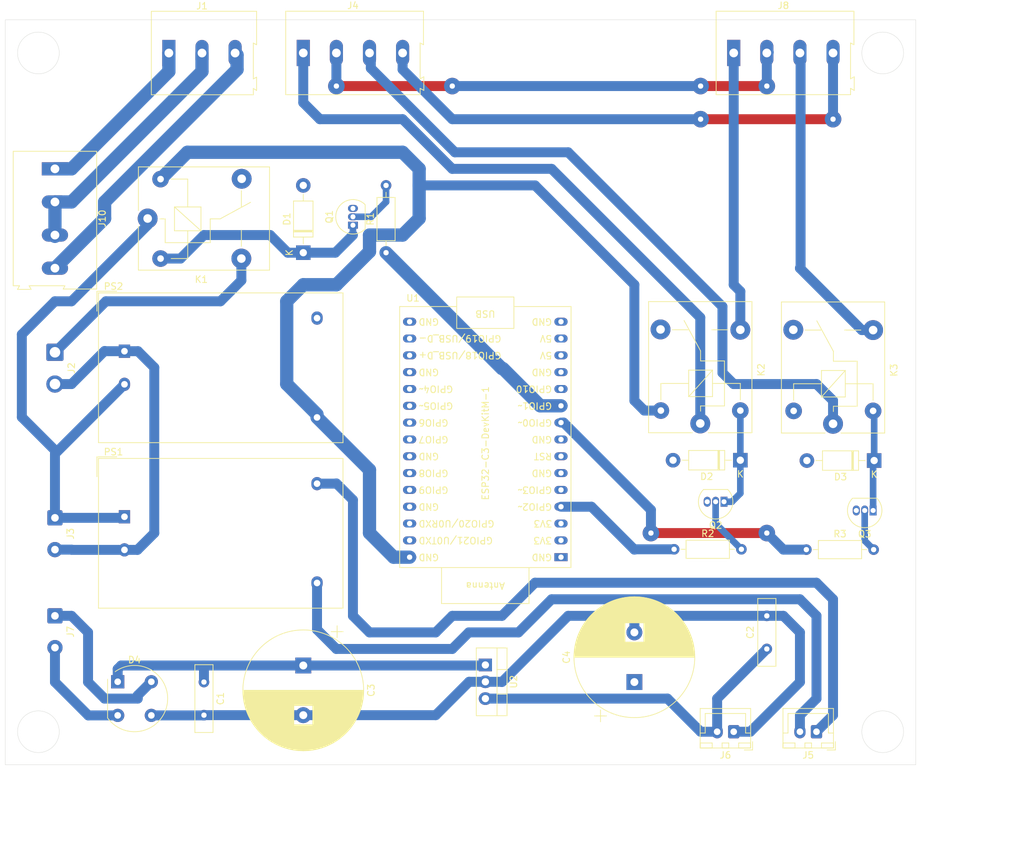
<source format=kicad_pcb>
(kicad_pcb (version 20241229) (generator "pcbnew") (generator_version "9.0")
  (layers (0 "F.Cu" signal) (2 "B.Cu" signal) (13 "F.Paste" user) (15 "B.Paste" user) (5 "F.SilkS" user "F.Silkscreen") (7 "B.SilkS" user "B.Silkscreen") (1 "F.Mask" user) (3 "B.Mask" user) (25 "Edge.Cuts" user))
  (net 0 "")
  (net 1 "Net-(J1-Pin_1)")
  (net 2 "GND")
  (net 3 "Net-(D1-K)")
  (net 4 "Net-(D2-K)")
  (net 5 "+5V")
  (net 6 "Traf in")
  (net 8 "220V AC N")
  (net 9 "Net-(D4--)")
  (net 13 "3V3")
  (net 24 "Net-(D4-+)")
  (net 26 "Net-(D3-K)")
  (net 27 "220V AC R")
  (net 28 "Net-(J7-Pin_2)")
  (net 30 "Net-(J7-Pin_1)")
  (net 31 "Net-(Q1-B)")
  (net 32 "Net-(Q2-B)")
  (net 33 "Net-(Q3-B)")
  (net 34 "REL1")
  (net 35 "REL2")
  (net 36 "REL3")
  (net 37 "Net-(J5-Pin_2)")
  (net 38 "Net-(J5-Pin_1)")
  (net 39 "IN LSP+")
  (net 40 "IN RSP+")
  (net 41 "OUT LSP+")
  (net 42 "OUT RSP+")
  (net 43 "Net-(J6-Pin_2)")
  (net 44 "5V")
  (net 45 "Net-(J1-Pin_3)")
  (net 46 "Net-(J1-Pin_2)")
  (net 47 "Net-(J4-Pin_4)")
  (net 48 "Net-(J4-Pin_2)")
  (footprint "Connector_Wire:SolderWire-0.5sqmm_1x02_P4.8mm_D0.9mm_OD2.3mm" (layer "F.Cu") (at 22.5 112.7 -90)
    (property "Reference" "J3" (at 2.4 -2.35 90) (layer "F.SilkS"))
    (property "Value" "Input 230V AC")
    (pad "1" thru_hole roundrect (at 0 0 270) (size 2.3 2.3) (drill 1.15) (layers "*.Cu" "*.Mask") (roundrect_rratio 0.108696) (net 27 "220V AC R"))
    (pad "2" thru_hole circle (at 4.8 0 270) (size 2.3 2.3) (drill 1.15) (layers "*.Cu" "*.Mask") (net 8 "220V AC N"))
  )
  (footprint "Connector_JST:JST_XH_B2B-XH-A_1x02_P2.50mm_Vertical" (layer "F.Cu") (at 137.5 145 180)
    (property "Reference" "J5" (at 1.25 -3.55 0) (layer "F.SilkS"))
    (property "Value" "5V DC")
    (pad "1" thru_hole roundrect (at 0 0 180) (size 1.7 2) (drill 1) (layers "*.Cu" "*.Mask") (roundrect_rratio 0.147059) (net 38 "Net-(J5-Pin_1)"))
    (pad "2" thru_hole oval (at 2.5 0 180) (size 1.7 2) (drill 1) (layers "*.Cu" "*.Mask") (net 37 "Net-(J5-Pin_2)"))
  )
  (footprint "Connector_Wire:SolderWire-0.75sqmm_1x02_P4.8mm_D1.25mm_OD2.3mm" (layer "F.Cu") (at 22.5 87.7 -90)
    (property "Reference" "J2" (at 2.4 -2.5 90) (layer "F.SilkS"))
    (property "Value" "Traf Primary")
    (pad "1" thru_hole roundrect (at 0 0 270) (size 2.6 2.6) (drill 1.6) (layers "*.Cu" "*.Mask") (roundrect_rratio 0.096154) (net 6 "Traf in"))
    (pad "2" thru_hole circle (at 4.8 0 270) (size 2.6 2.6) (drill 1.6) (layers "*.Cu" "*.Mask") (net 8 "220V AC N"))
  )
  (footprint "Capacitor_THT:C_Disc_D10.0mm_W2.5mm_P5.00mm" (layer "F.Cu") (at 45 137.5 -90)
    (property "Reference" "C1" (at 2.5 -2.5 90) (layer "F.SilkS"))
    (property "Value" "100nF")
    (pad "1" thru_hole circle (at 0 0 270) (size 1.6 1.6) (drill 0.8) (layers "*.Cu" "*.Mask") (net 24 "Net-(D4-+)"))
    (pad "2" thru_hole circle (at 5 0 270) (size 1.6 1.6) (drill 0.8) (layers "*.Cu" "*.Mask") (net 9 "Net-(D4--)"))
  )
  (footprint "Diode_THT:D_DO-41_SOD81_P10.16mm_Horizontal" (layer "F.Cu") (at 60 72.66 90)
    (property "Reference" "D1" (at 5.08 -2.47 90) (layer "F.SilkS"))
    (property "Value" "1N4001")
    (fp_text user "K" (at 0 -2.1 90) (layer "F.SilkS"))
    (pad "1" thru_hole rect (at 0 0 90) (size 2.2 2.2) (drill 1.1) (layers "*.Cu" "*.Mask") (net 3 "Net-(D1-K)"))
    (pad "2" thru_hole oval (at 10.16 0 90) (size 2.2 2.2) (drill 1.1) (layers "*.Cu" "*.Mask") (net 2 "GND"))
  )
  (footprint "Package_TO_SOT_THT:TO-92_Inline" (layer "F.Cu") (at 67.5 68.51 90)
    (property "Reference" "Q1" (at 1.27 -3.56 90) (layer "F.SilkS"))
    (property "Value" "BC337")
    (pad "1" thru_hole rect (at 0 0 90) (size 1.05 1.5) (drill 0.75) (layers "*.Cu" "*.Mask") (net 3 "Net-(D1-K)"))
    (pad "2" thru_hole oval (at 1.27 0 90) (size 1.05 1.5) (drill 0.75) (layers "*.Cu" "*.Mask") (net 31 "Net-(Q1-B)"))
    (pad "3" thru_hole oval (at 2.54 0 90) (size 1.05 1.5) (drill 0.75) (layers "*.Cu" "*.Mask") (net 2 "GND"))
  )
  (footprint "Resistor_THT:R_Axial_DIN0207_L6.3mm_D2.5mm_P10.16mm_Horizontal" (layer "F.Cu") (at 72.5 72.66 90)
    (property "Reference" "R1" (at 5.08 -2.37 90) (layer "F.SilkS"))
    (property "Value" "10k")
    (pad "1" thru_hole circle (at 0 0 90) (size 1.6 1.6) (drill 0.8) (layers "*.Cu" "*.Mask") (net 34 "REL1"))
    (pad "2" thru_hole oval (at 10.16 0 90) (size 1.6 1.6) (drill 0.8) (layers "*.Cu" "*.Mask") (net 31 "Net-(Q1-B)"))
  )
  (footprint "TerminalBlock:TerminalBlock_Altech_AK300-4_P5.00mm" (layer "F.Cu") (at 60 42.5)
    (property "Reference" "J4" (at 7.5 -7.15 0) (layer "F.SilkS"))
    (property "Value" "Power Ampl output")
    (pad "1" thru_hole rect (at 0 0) (size 1.98 3.96) (drill 1.32) (layers "*.Cu" "*.Mask") (net 39 "IN LSP+"))
    (pad "2" thru_hole oval (at 5 0) (size 1.98 3.96) (drill 1.32) (layers "*.Cu" "*.Mask") (net 48 "Net-(J4-Pin_2)"))
    (pad "3" thru_hole oval (at 10 0) (size 1.98 3.96) (drill 1.32) (layers "*.Cu" "*.Mask") (net 40 "IN RSP+"))
    (pad "4" thru_hole oval (at 15 0) (size 1.98 3.96) (drill 1.32) (layers "*.Cu" "*.Mask") (net 47 "Net-(J4-Pin_4)"))
  )
  (footprint "Converter_ACDC:Converter_ACDC_Hi-Link_HLK-PMxx" (layer "F.Cu") (at 32.9975 112.5375)
    (property "Reference" "PS1" (at -1.66 -9.79 0) (layer "F.SilkS"))
    (property "Value" "HLK-PM01")
    (pad "1" thru_hole rect (at 0 0) (size 1.7 2) (drill 1) (layers "*.Cu" "*.Mask") (net 27 "220V AC R"))
    (pad "2" thru_hole oval (at 0 5) (size 1.7 2) (drill 1) (layers "*.Cu" "*.Mask") (net 8 "220V AC N"))
    (pad "3" thru_hole oval (at 29.08 -5) (size 1.7 2) (drill 1) (layers "*.Cu" "*.Mask") (net 38 "Net-(J5-Pin_1)"))
    (pad "4" thru_hole oval (at 29.08 10) (size 1.7 2) (drill 1) (layers "*.Cu" "*.Mask") (net 37 "Net-(J5-Pin_2)"))
  )
  (footprint "TerminalBlock:TerminalBlock_Altech_AK300-4_P5.00mm" (layer "F.Cu") (at 22.5 60 -90)
    (property "Reference" "J10" (at 7.5 -7.15 90) (layer "F.SilkS"))
    (property "Value" "Trafo")
    (pad "1" thru_hole rect (at 0 0 270) (size 1.98 3.96) (drill 1.32) (layers "*.Cu" "*.Mask") (net 1 "Net-(J1-Pin_1)"))
    (pad "2" thru_hole oval (at 5 0 270) (size 1.98 3.96) (drill 1.32) (layers "*.Cu" "*.Mask") (net 46 "Net-(J1-Pin_2)"))
    (pad "3" thru_hole oval (at 10 0 270) (size 1.98 3.96) (drill 1.32) (layers "*.Cu" "*.Mask") (net 46 "Net-(J1-Pin_2)"))
    (pad "4" thru_hole oval (at 15 0 270) (size 1.98 3.96) (drill 1.32) (layers "*.Cu" "*.Mask") (net 45 "Net-(J1-Pin_3)"))
  )
  (footprint "TerminalBlock:TerminalBlock_Altech_AK300-3_P5.00mm" (layer "F.Cu") (at 39.705 42.51)
    (property "Reference" "J1" (at 5 -7.1 0) (layer "F.SilkS"))
    (property "Value" "Power Ampli Power")
    (pad "1" thru_hole rect (at 0 0) (size 1.98 3.96) (drill 1.32) (layers "*.Cu" "*.Mask") (net 1 "Net-(J1-Pin_1)"))
    (pad "2" thru_hole oval (at 5 0) (size 1.98 3.96) (drill 1.32) (layers "*.Cu" "*.Mask") (net 46 "Net-(J1-Pin_2)"))
    (pad "3" thru_hole oval (at 10 0) (size 1.98 3.96) (drill 1.32) (layers "*.Cu" "*.Mask") (net 45 "Net-(J1-Pin_3)"))
  )
  (footprint "Converter_ACDC:Converter_ACDC_Hi-Link_HLK-PMxx" (layer "F.Cu") (at 32.9975 87.5375)
    (property "Reference" "PS2" (at -1.66 -9.79 0) (layer "F.SilkS"))
    (property "Value" "HLK-PM01")
    (pad "1" thru_hole rect (at 0 0) (size 1.7 2) (drill 1) (layers "*.Cu" "*.Mask") (net 8 "220V AC N"))
    (pad "2" thru_hole oval (at 0 5) (size 1.7 2) (drill 1) (layers "*.Cu" "*.Mask") (net 27 "220V AC R"))
    (pad "3" thru_hole oval (at 29.08 -5) (size 1.7 2) (drill 1) (layers "*.Cu" "*.Mask") (net 2 "GND"))
    (pad "4" thru_hole oval (at 29.08 10) (size 1.7 2) (drill 1) (layers "*.Cu" "*.Mask") (net 5 "+5V"))
  )
  (footprint "Diode_THT:D_DO-41_SOD81_P10.16mm_Horizontal" (layer "F.Cu") (at 126 104 180)
    (property "Reference" "D2" (at 5.08 -2.47 0) (layer "F.SilkS"))
    (property "Value" "1N4001")
    (fp_text user "K" (at 0 -2.1 0) (layer "F.SilkS"))
    (pad "1" thru_hole rect (at 0 0 180) (size 2.2 2.2) (drill 1.1) (layers "*.Cu" "*.Mask") (net 4 "Net-(D2-K)"))
    (pad "2" thru_hole oval (at 10.16 0 180) (size 2.2 2.2) (drill 1.1) (layers "*.Cu" "*.Mask") (net 2 "GND"))
  )
  (footprint "TerminalBlock:TerminalBlock_Altech_AK300-4_P5.00mm" (layer "F.Cu") (at 125 42.5)
    (property "Reference" "J8" (at 7.5 -7.15 0) (layer "F.SilkS"))
    (property "Value" "Speakers")
    (pad "1" thru_hole rect (at 0 0) (size 1.98 3.96) (drill 1.32) (layers "*.Cu" "*.Mask") (net 41 "OUT LSP+"))
    (pad "2" thru_hole oval (at 5 0) (size 1.98 3.96) (drill 1.32) (layers "*.Cu" "*.Mask") (net 48 "Net-(J4-Pin_2)"))
    (pad "3" thru_hole oval (at 10 0) (size 1.98 3.96) (drill 1.32) (layers "*.Cu" "*.Mask") (net 42 "OUT RSP+"))
    (pad "4" thru_hole oval (at 15 0) (size 1.98 3.96) (drill 1.32) (layers "*.Cu" "*.Mask") (net 47 "Net-(J4-Pin_4)"))
  )
  (footprint "Capacitor_THT:CP_Radial_D18.0mm_P7.50mm" (layer "F.Cu") (at 60 135 -90)
    (property "Reference" "C3" (at 3.75 -10.25 90) (layer "F.SilkS"))
    (property "Value" "2200uF")
    (pad "1" thru_hole rect (at 0 0 270) (size 2.4 2.4) (drill 1.2) (layers "*.Cu" "*.Mask") (net 24 "Net-(D4-+)"))
    (pad "2" thru_hole circle (at 7.5 0 270) (size 2.4 2.4) (drill 1.2) (layers "*.Cu" "*.Mask") (net 9 "Net-(D4--)"))
  )
  (footprint "Package_TO_SOT_THT:TO-92_Inline" (layer "F.Cu") (at 146.05 111.59 180)
    (property "Reference" "Q3" (at 1.27 -3.56 0) (layer "F.SilkS"))
    (property "Value" "BC337")
    (pad "1" thru_hole rect (at 0 0 180) (size 1.05 1.5) (drill 0.75) (layers "*.Cu" "*.Mask") (net 26 "Net-(D3-K)"))
    (pad "2" thru_hole oval (at 1.27 0 180) (size 1.05 1.5) (drill 0.75) (layers "*.Cu" "*.Mask") (net 33 "Net-(Q3-B)"))
    (pad "3" thru_hole oval (at 2.54 0 180) (size 1.05 1.5) (drill 0.75) (layers "*.Cu" "*.Mask") (net 2 "GND"))
  )
  (footprint "Relay_THT:Relay_SPDT_SANYOU_SRD_Series_Form_C" (layer "F.Cu") (at 119.95 98.45 90)
    (property "Reference" "K2" (at 8.1 9.2 90) (layer "F.SilkS"))
    (property "Value" "SANYOU_SRD_Form_C")
    (pad "1" thru_hole circle (at 0 0 180) (size 3 3) (drill 1.3) (layers "*.Cu" "*.Mask") (net 39 "IN LSP+"))
    (pad "2" thru_hole circle (at 1.95 6.05 180) (size 2.5 2.5) (drill 1) (layers "*.Cu" "*.Mask") (net 4 "Net-(D2-K)"))
    (pad "3" thru_hole circle (at 14.15 6.05 180) (size 3 3) (drill 1.3) (layers "*.Cu" "*.Mask") (net 41 "OUT LSP+"))
    (pad "4" thru_hole circle (at 14.2 -6 180) (size 3 3) (drill 1.3) (layers "*.Cu" "*.Mask"))
    (pad "5" thru_hole circle (at 1.95 -5.95 180) (size 2.5 2.5) (drill 1) (layers "*.Cu" "*.Mask") (net 5 "+5V"))
  )
  (footprint "Resistor_THT:R_Axial_DIN0207_L6.3mm_D2.5mm_P10.16mm_Horizontal" (layer "F.Cu") (at 116 117.45)
    (property "Reference" "R2" (at 5.08 -2.37 0) (layer "F.SilkS"))
    (property "Value" "10k")
    (pad "1" thru_hole circle (at 0 0) (size 1.6 1.6) (drill 0.8) (layers "*.Cu" "*.Mask") (net 35 "REL2"))
    (pad "2" thru_hole oval (at 10.16 0) (size 1.6 1.6) (drill 0.8) (layers "*.Cu" "*.Mask") (net 32 "Net-(Q2-B)"))
  )
  (footprint "Relay_THT:Relay_SPDT_SANYOU_SRD_Series_Form_C" (layer "F.Cu") (at 36.5 67.5)
    (property "Reference" "K1" (at 8.1 9.2 0) (layer "F.SilkS"))
    (property "Value" "SANYOU_SRD_Form_C")
    (pad "1" thru_hole circle (at 0 0 90) (size 3 3) (drill 1.3) (layers "*.Cu" "*.Mask") (net 27 "220V AC R"))
    (pad "2" thru_hole circle (at 1.95 6.05 90) (size 2.5 2.5) (drill 1) (layers "*.Cu" "*.Mask") (net 3 "Net-(D1-K)"))
    (pad "3" thru_hole circle (at 14.15 6.05 90) (size 3 3) (drill 1.3) (layers "*.Cu" "*.Mask") (net 6 "Traf in"))
    (pad "4" thru_hole circle (at 14.2 -6 90) (size 3 3) (drill 1.3) (layers "*.Cu" "*.Mask"))
    (pad "5" thru_hole circle (at 1.95 -5.95 90) (size 2.5 2.5) (drill 1) (layers "*.Cu" "*.Mask") (net 5 "+5V"))
  )
  (footprint "Diode_THT:Diode_Bridge_Round_D9.8mm" (layer "F.Cu") (at 31.975 137.455)
    (property "Reference" "D4" (at 2.54 -3.302 0) (layer "F.SilkS"))
    (property "Value" "B40C1500G")
    (pad "1" thru_hole rect (at 0 0) (size 2 2) (drill 1) (layers "*.Cu" "*.Mask") (net 24 "Net-(D4-+)"))
    (pad "2" thru_hole oval (at 0 5.08) (size 2 2) (drill 1) (layers "*.Cu" "*.Mask") (net 28 "Net-(J7-Pin_2)"))
    (pad "3" thru_hole oval (at 5.08 5.08) (size 2 2) (drill 1) (layers "*.Cu" "*.Mask") (net 9 "Net-(D4--)"))
    (pad "4" thru_hole oval (at 5.08 0) (size 2 2) (drill 1) (layers "*.Cu" "*.Mask") (net 30 "Net-(J7-Pin_1)"))
  )
  (footprint "Capacitor_THT:CP_Radial_D18.0mm_P7.50mm" (layer "F.Cu") (at 110 137.5 90)
    (property "Reference" "C4" (at 3.75 -10.25 90) (layer "F.SilkS"))
    (property "Value" "2200uF")
    (pad "1" thru_hole rect (at 0 0 90) (size 2.4 2.4) (drill 1.2) (layers "*.Cu" "*.Mask") (net 43 "Net-(J6-Pin_2)"))
    (pad "2" thru_hole circle (at 7.5 0 90) (size 2.4 2.4) (drill 1.2) (layers "*.Cu" "*.Mask") (net 9 "Net-(D4--)"))
  )
  (footprint "Resistor_THT:R_Axial_DIN0207_L6.3mm_D2.5mm_P10.16mm_Horizontal" (layer "F.Cu") (at 135.97 117.5)
    (property "Reference" "R3" (at 5.08 -2.37 0) (layer "F.SilkS"))
    (property "Value" "10k")
    (pad "1" thru_hole circle (at 0 0) (size 1.6 1.6) (drill 0.8) (layers "*.Cu" "*.Mask") (net 36 "REL3"))
    (pad "2" thru_hole oval (at 10.16 0) (size 1.6 1.6) (drill 0.8) (layers "*.Cu" "*.Mask") (net 33 "Net-(Q3-B)"))
  )
  (footprint "Package_TO_SOT_THT:TO-92_Inline" (layer "F.Cu") (at 123.54 110.27 180)
    (property "Reference" "Q2" (at 1.27 -3.56 0) (layer "F.SilkS"))
    (property "Value" "BC337")
    (pad "1" thru_hole rect (at 0 0 180) (size 1.05 1.5) (drill 0.75) (layers "*.Cu" "*.Mask") (net 4 "Net-(D2-K)"))
    (pad "2" thru_hole oval (at 1.27 0 180) (size 1.05 1.5) (drill 0.75) (layers "*.Cu" "*.Mask") (net 32 "Net-(Q2-B)"))
    (pad "3" thru_hole oval (at 2.54 0 180) (size 1.05 1.5) (drill 0.75) (layers "*.Cu" "*.Mask") (net 2 "GND"))
  )
  (footprint "PCM_Espressif:ESP32-C3-DevKitM-1" (layer "F.Cu") (at 98.918 118.6417 180)
    (property "Reference" "U1" (at 22.352 39.116 0) (layer "F.SilkS"))
    (property "Value" "ESP32-C3-DevKitM-1" (at 11.4 17.2 90) (layer "F.SilkS"))
    (fp_text user "GPIO8" (at 21.59 12.7 180) (layer "F.SilkS") (effects (justify right)))
    (fp_text user "GPIO0~" (at 1.27 20.32 180) (layer "F.SilkS") (effects (justify left)))
    (fp_text user "GND" (at 1.27 12.7 180) (layer "F.SilkS") (effects (justify left)))
    (fp_text user "GND" (at 21.59 27.94 180) (layer "F.SilkS") (effects (justify right)))
    (fp_text user "GPIO3~" (at 1.27 10.16 180) (layer "F.SilkS") (effects (justify left)))
    (fp_text user "GPIO9" (at 21.59 10.16 180) (layer "F.SilkS") (effects (justify right)))
    (fp_text user "GND" (at 1.27 17.78 180) (layer "F.SilkS") (effects (justify left)))
    (fp_text user "GPIO18/USB_D+" (at 21.59 30.48 180) (layer "F.SilkS") (effects (justify right)))
    (fp_text user "GPIO5~" (at 21.59 22.86 180) (layer "F.SilkS") (effects (justify right)))
    (fp_text user "GND" (at 21.59 0 180) (layer "F.SilkS") (effects (justify right)))
    (fp_text user "GPIO2~" (at 1.27 7.62 180) (layer "F.SilkS") (effects (justify left)))
    (fp_text user "3V3" (at 1.27 5.08 180) (layer "F.SilkS") (effects (justify left)))
    (fp_text user "GPIO19/USB_D-" (at 21.59 33.02 180) (layer "F.SilkS") (effects (justify right)))
    (fp_text user "GND" (at 1.27 0 180) (layer "F.SilkS") (effects (justify left)))
    (fp_text user "RST" (at 1.27 15.24 180) (layer "F.SilkS") (effects (justify left)))
    (fp_text user "GPIO6" (at 21.59 20.32 180) (layer "F.SilkS") (effects (justify right)))
    (fp_text user "3V3" (at 1.3 2.54 180) (layer "F.SilkS") (effects (justify left)))
    (fp_text user "GND" (at 21.59 35.56 180) (layer "F.SilkS") (effects (justify right)))
    (fp_text user "5V" (at 1.27 33.02 180) (layer "F.SilkS") (effects (justify left)))
    (fp_text user "GPIO10" (at 1.27 25.4 180) (layer "F.SilkS") (effects (justify left)))
    (fp_text user "GND" (at 21.59 15.24 180) (layer "F.SilkS") (effects (justify right)))
    (fp_text user "GPIO20/U0RXD" (at 21.59 5.08 180) (layer "F.SilkS") (effects (justify right)))
    (fp_text user "GND" (at 1.27 35.56 180) (layer "F.SilkS") (effects (justify left)))
    (fp_text user "GND" (at 1.27 27.94 180) (layer "F.SilkS") (effects (justify left)))
    (fp_text user "GPIO1~" (at 1.27 22.86 180) (layer "F.SilkS") (effects (justify left)))
    (fp_text user "Antenna" (at 11.43 -4.318 180) (layer "F.SilkS"))
    (fp_text user "GPIO4~" (at 21.59 25.4 180) (layer "F.SilkS") (effects (justify right)))
    (fp_text user "GPIO7" (at 21.59 17.78 180) (layer "F.SilkS") (effects (justify right)))
    (fp_text user "GPIO21/U0TXD" (at 21.59 2.54 180) (layer "F.SilkS") (effects (justify right)))
    (fp_text user "5V" (at 1.27 30.48 180) (layer "F.SilkS") (effects (justify left)))
    (fp_text user "GND" (at 21.59 7.62 180) (layer "F.SilkS") (effects (justify right)))
    (fp_text user "USB" (at 11.43 37.338 180) (layer "F.SilkS") (effects (justify bottom)))
    (pad "1" thru_hole rect (at 0 0 90) (size 1.2 2) (drill 0.8) (layers "*.Cu" "*.Mask") (net 5 "+5V"))
    (pad "2" thru_hole oval (at 0 2.54 90) (size 1.2 2) (drill 0.8) (layers "*.Cu" "*.Mask") (net 13 "3V3"))
    (pad "3" thru_hole oval (at 0 5.08 90) (size 1.2 2) (drill 0.8) (layers "*.Cu" "*.Mask") (net 13 "3V3"))
    (pad "4" thru_hole oval (at 0 7.62 90) (size 1.2 2) (drill 0.8) (layers "*.Cu" "*.Mask") (net 35 "REL2"))
    (pad "5" thru_hole oval (at 0 10.16 90) (size 1.2 2) (drill 0.8) (layers "*.Cu" "*.Mask"))
    (pad "6" thru_hole oval (at 0 12.7 90) (size 1.2 2) (drill 0.8) (layers "*.Cu" "*.Mask") (net 5 "+5V"))
    (pad "7" thru_hole oval (at 0 15.24 90) (size 1.2 2) (drill 0.8) (layers "*.Cu" "*.Mask"))
    (pad "8" thru_hole oval (at 0 17.78 90) (size 1.2 2) (drill 0.8) (layers "*.Cu" "*.Mask") (net 5 "+5V"))
    (pad "9" thru_hole oval (at 0 20.32 90) (size 1.2 2) (drill 0.8) (layers "*.Cu" "*.Mask") (net 36 "REL3"))
    (pad "10" thru_hole oval (at 0 22.86 90) (size 1.2 2) (drill 0.8) (layers "*.Cu" "*.Mask") (net 34 "REL1"))
    (pad "11" thru_hole oval (at 0 25.4 90) (size 1.2 2) (drill 0.8) (layers "*.Cu" "*.Mask"))
    (pad "12" thru_hole oval (at 0 27.94 90) (size 1.2 2) (drill 0.8) (layers "*.Cu" "*.Mask") (net 5 "+5V"))
    (pad "13" thru_hole oval (at 0 30.48 90) (size 1.2 2) (drill 0.8) (layers "*.Cu" "*.Mask") (net 44 "5V"))
    (pad "14" thru_hole oval (at 0 33.02 90) (size 1.2 2) (drill 0.8) (layers "*.Cu" "*.Mask") (net 44 "5V"))
    (pad "15" thru_hole oval (at 0 35.56 90) (size 1.2 2) (drill 0.8) (layers "*.Cu" "*.Mask") (net 5 "+5V"))
    (pad "16" thru_hole oval (at 22.86 35.56 90) (size 1.2 2) (drill 0.8) (layers "*.Cu" "*.Mask") (net 5 "+5V"))
    (pad "17" thru_hole oval (at 22.86 33.02 90) (size 1.2 2) (drill 0.8) (layers "*.Cu" "*.Mask"))
    (pad "18" thru_hole oval (at 22.86 30.48 90) (size 1.2 2) (drill 0.8) (layers "*.Cu" "*.Mask"))
    (pad "19" thru_hole oval (at 22.86 27.94 90) (size 1.2 2) (drill 0.8) (layers "*.Cu" "*.Mask") (net 5 "+5V"))
    (pad "20" thru_hole oval (at 22.86 25.4 90) (size 1.2 2) (drill 0.8) (layers "*.Cu" "*.Mask"))
    (pad "21" thru_hole oval (at 22.86 22.86 90) (size 1.2 2) (drill 0.8) (layers "*.Cu" "*.Mask"))
    (pad "22" thru_hole oval (at 22.86 20.32 90) (size 1.2 2) (drill 0.8) (layers "*.Cu" "*.Mask"))
    (pad "23" thru_hole oval (at 22.86 17.78 90) (size 1.2 2) (drill 0.8) (layers "*.Cu" "*.Mask"))
    (pad "24" thru_hole oval (at 22.86 15.24 90) (size 1.2 2) (drill 0.8) (layers "*.Cu" "*.Mask") (net 5 "+5V"))
    (pad "25" thru_hole oval (at 22.86 12.7 90) (size 1.2 2) (drill 0.8) (layers "*.Cu" "*.Mask"))
    (pad "26" thru_hole oval (at 22.86 10.16 90) (size 1.2 2) (drill 0.8) (layers "*.Cu" "*.Mask"))
    (pad "27" thru_hole oval (at 22.86 7.62 90) (size 1.2 2) (drill 0.8) (layers "*.Cu" "*.Mask") (net 5 "+5V"))
    (pad "28" thru_hole oval (at 22.86 5.08 90) (size 1.2 2) (drill 0.8) (layers "*.Cu" "*.Mask"))
    (pad "29" thru_hole oval (at 22.86 2.54 90) (size 1.2 2) (drill 0.8) (layers "*.Cu" "*.Mask"))
    (pad "30" thru_hole oval (at 22.86 0 90) (size 1.2 2) (drill 0.8) (layers "*.Cu" "*.Mask") (net 5 "+5V"))
  )
  (footprint "Connector_JST:JST_XH_B2B-XH-A_1x02_P2.50mm_Vertical" (layer "F.Cu") (at 125 145 180)
    (property "Reference" "J6" (at 1.25 -3.55 0) (layer "F.SilkS"))
    (property "Value" "12V DC")
    (pad "1" thru_hole roundrect (at 0 0 180) (size 1.7 2) (drill 1) (layers "*.Cu" "*.Mask") (roundrect_rratio 0.147059) (net 9 "Net-(D4--)"))
    (pad "2" thru_hole oval (at 2.5 0 180) (size 1.7 2) (drill 1) (layers "*.Cu" "*.Mask") (net 43 "Net-(J6-Pin_2)"))
  )
  (footprint "Capacitor_THT:C_Disc_D10.0mm_W2.5mm_P5.00mm" (layer "F.Cu") (at 130 132.5 90)
    (property "Reference" "C2" (at 2.5 -2.5 90) (layer "F.SilkS"))
    (property "Value" "100nF")
    (pad "1" thru_hole circle (at 0 0 90) (size 1.6 1.6) (drill 0.8) (layers "*.Cu" "*.Mask") (net 43 "Net-(J6-Pin_2)"))
    (pad "2" thru_hole circle (at 5 0 90) (size 1.6 1.6) (drill 0.8) (layers "*.Cu" "*.Mask") (net 9 "Net-(D4--)"))
  )
  (footprint "Diode_THT:D_DO-41_SOD81_P10.16mm_Horizontal" (layer "F.Cu") (at 146.21 104.05 180)
    (property "Reference" "D3" (at 5.08 -2.47 0) (layer "F.SilkS"))
    (property "Value" "1N4001")
    (fp_text user "K" (at 0 -2.1 0) (layer "F.SilkS"))
    (pad "1" thru_hole rect (at 0 0 180) (size 2.2 2.2) (drill 1.1) (layers "*.Cu" "*.Mask") (net 26 "Net-(D3-K)"))
    (pad "2" thru_hole oval (at 10.16 0 180) (size 2.2 2.2) (drill 1.1) (layers "*.Cu" "*.Mask") (net 2 "GND"))
  )
  (footprint "Connector_Wire:SolderWire-0.5sqmm_1x02_P4.8mm_D0.9mm_OD2.3mm" (layer "F.Cu") (at 22.5 127.5 -90)
    (property "Reference" "J7" (at 2.4 -2.35 90) (layer "F.SilkS"))
    (property "Value" "Input 12V AC")
    (pad "1" thru_hole roundrect (at 0 0 270) (size 2.3 2.3) (drill 1.15) (layers "*.Cu" "*.Mask") (roundrect_rratio 0.108696) (net 30 "Net-(J7-Pin_1)"))
    (pad "2" thru_hole circle (at 4.8 0 270) (size 2.3 2.3) (drill 1.15) (layers "*.Cu" "*.Mask") (net 28 "Net-(J7-Pin_2)"))
  )
  (footprint "Relay_THT:Relay_SPDT_SANYOU_SRD_Series_Form_C" (layer "F.Cu") (at 140 98.5 90)
    (property "Reference" "K3" (at 8.1 9.2 90) (layer "F.SilkS"))
    (property "Value" "SANYOU_SRD_Form_C")
    (pad "1" thru_hole circle (at 0 0 180) (size 3 3) (drill 1.3) (layers "*.Cu" "*.Mask") (net 40 "IN RSP+"))
    (pad "2" thru_hole circle (at 1.95 6.05 180) (size 2.5 2.5) (drill 1) (layers "*.Cu" "*.Mask") (net 26 "Net-(D3-K)"))
    (pad "3" thru_hole circle (at 14.15 6.05 180) (size 3 3) (drill 1.3) (layers "*.Cu" "*.Mask") (net 42 "OUT RSP+"))
    (pad "4" thru_hole circle (at 14.2 -6 180) (size 3 3) (drill 1.3) (layers "*.Cu" "*.Mask"))
    (pad "5" thru_hole circle (at 1.95 -5.95 180) (size 2.5 2.5) (drill 1) (layers "*.Cu" "*.Mask") (net 5 "+5V"))
  )
  (footprint "Package_TO_SOT_THT:TO-220-3_Vertical" (layer "F.Cu") (at 87.5 134.92 -90)
    (property "Reference" "U2" (at 2.54 -4.27 90) (layer "F.SilkS"))
    (property "Value" "LM7812_TO220")
    (pad "1" thru_hole rect (at 0 0 270) (size 1.905 2) (drill 1.1) (layers "*.Cu" "*.Mask") (net 24 "Net-(D4-+)"))
    (pad "2" thru_hole oval (at 2.54 0 270) (size 1.905 2) (drill 1.1) (layers "*.Cu" "*.Mask") (net 9 "Net-(D4--)"))
    (pad "3" thru_hole oval (at 5.08 0 270) (size 1.905 2) (drill 1.1) (layers "*.Cu" "*.Mask") (net 43 "Net-(J6-Pin_2)"))
  )
  (gr_circle (center 20 145) (end 22.522964 143.113471) (stroke (width 0.05)) (fill no) (layer "Edge.Cuts"))
  (gr_circle (center 147.5 42.5) (end 150.022964 40.613471) (stroke (width 0.05)) (fill no) (layer "Edge.Cuts"))
  (gr_circle (center 147.5 145) (end 150.022964 143.113471) (stroke (width 0.05)) (fill no) (layer "Edge.Cuts"))
  (gr_circle (center 20 42.5) (end 22.522964 40.613471) (stroke (width 0.05)) (fill no) (layer "Edge.Cuts"))
  (gr_rect (start 15 37.5) (end 152.5 150) (stroke (width 0.05)) (fill no) (layer "Edge.Cuts"))
  (segment (start 25 60) (end 39.705 45.295) (width 2) (layer "B.Cu") (net 1))
  (segment (start 39.705 45.295) (end 39.705 42.51) (width 2) (layer "B.Cu") (net 1))
  (segment (start 39.705 42.51) (end 39.715 42.5) (width 2) (layer "B.Cu") (net 1))
  (segment (start 22.5 60) (end 25 60) (width 2) (layer "B.Cu") (net 1))
  (segment (start 143.51 111.59) (end 143.51 111.51) (width 1) (layer "B.Cu") (net 2))
  (segment (start 38.45 73.55) (end 41.45 73.55) (width 1.5) (layer "B.Cu") (net 3))
  (segment (start 60 72.66) (end 64.84 72.66) (width 1.5) (layer "B.Cu") (net 3))
  (segment (start 45 70) (end 55 70) (width 1.5) (layer "B.Cu") (net 3))
  (segment (start 67.5 70) (end 67.5 68.51) (width 1) (layer "B.Cu") (net 3))
  (segment (start 64.84 72.66) (end 67.5 70) (width 1.5) (layer "B.Cu") (net 3))
  (segment (start 55 70) (end 57.66 72.66) (width 1.5) (layer "B.Cu") (net 3))
  (segment (start 41.45 73.55) (end 45 70) (width 1.5) (layer "B.Cu") (net 3))
  (segment (start 57.66 72.66) (end 60 72.66) (width 1.5) (layer "B.Cu") (net 3))
  (segment (start 126 109) (end 126 104) (width 1) (layer "B.Cu") (net 4))
  (segment (start 124.73 110.27) (end 126 109) (width 1) (layer "B.Cu") (net 4))
  (segment (start 126 104) (end 126 96.5) (width 1) (layer "B.Cu") (net 4))
  (segment (start 123.54 110.27) (end 124.73 110.27) (width 1) (layer "B.Cu") (net 4))
  (segment (start 57.5 92.5) (end 62.0775 97.0775) (width 2) (layer "B.Cu") (net 5))
  (segment (start 42.5 57.5) (end 38.45 61.55) (width 2) (layer "B.Cu") (net 5))
  (segment (start 77.5 67.5) (end 77.5 62.5) (width 2) (layer "B.Cu") (net 5))
  (segment (start 65 77.5) (end 60 77.5) (width 2) (layer "B.Cu") (net 5))
  (segment (start 110 77.5) (end 110 95) (width 1.5) (layer "B.Cu") (net 5))
  (segment (start 57.5 80) (end 57.5 92.5) (width 2) (layer "B.Cu") (net 5))
  (segment (start 73.6417 118.6417) (end 76.058 118.6417) (width 2) (layer "B.Cu") (net 5))
  (segment (start 75 70) (end 77.5 67.5) (width 2) (layer "B.Cu") (net 5))
  (segment (start 95 62.5) (end 110 77.5) (width 1.5) (layer "B.Cu") (net 5))
  (segment (start 70 70) (end 70 72.5) (width 2) (layer "B.Cu") (net 5))
  (segment (start 70 72.5) (end 65 77.5) (width 2) (layer "B.Cu") (net 5))
  (segment (start 77.5 62.5) (end 95 62.5) (width 1.5) (layer "B.Cu") (net 5))
  (segment (start 110 95) (end 111.5 96.5) (width 1.5) (layer "B.Cu") (net 5))
  (segment (start 70 105.46) (end 70 115) (width 2) (layer "B.Cu") (net 5))
  (segment (start 77.5 60) (end 75 57.5) (width 2) (layer "B.Cu") (net 5))
  (segment (start 70 70) (end 75 70) (width 2) (layer "B.Cu") (net 5))
  (segment (start 70 115) (end 73.6417 118.6417) (width 2) (layer "B.Cu") (net 5))
  (segment (start 75 57.5) (end 42.5 57.5) (width 2) (layer "B.Cu") (net 5))
  (segment (start 111.5 96.5) (end 114 96.5) (width 1.5) (layer "B.Cu") (net 5))
  (segment (start 77.5 62.5) (end 77.5 60) (width 2) (layer "B.Cu") (net 5))
  (segment (start 62.0775 97.5375) (end 70 105.46) (width 2) (layer "B.Cu") (net 5))
  (segment (start 38.45 60.95) (end 38.45 61.55) (width 1) (layer "B.Cu") (net 5))
  (segment (start 60 77.5) (end 57.5 80) (width 2) (layer "B.Cu") (net 5))
  (segment (start 62.0775 97.5375) (end 62.0775 97.0775) (width 1) (layer "B.Cu") (net 5))
  (segment (start 47.5 80) (end 50.65 76.85) (width 1.5) (layer "B.Cu") (net 6))
  (segment (start 30.2 80) (end 47.5 80) (width 1.5) (layer "B.Cu") (net 6))
  (segment (start 50.65 76.85) (end 50.65 73.55) (width 1.5) (layer "B.Cu") (net 6))
  (segment (start 22.5 87.7) (end 30.2 80) (width 1.5) (layer "B.Cu") (net 6))
  (segment (start 25.0375 117.5375) (end 32.9975 117.5375) (width 1.5) (layer "B.Cu") (net 8))
  (segment (start 25 92.5) (end 30 87.5) (width 1.5) (layer "B.Cu") (net 8))
  (segment (start 37.5 115) (end 34.9625 117.5375) (width 1.5) (layer "B.Cu") (net 8))
  (segment (start 22.5 92.5) (end 25 92.5) (width 1.5) (layer "B.Cu") (net 8))
  (segment (start 30 87.5) (end 30.0375 87.5375) (width 1) (layer "B.Cu") (net 8))
  (segment (start 30.0375 87.5375) (end 32.9975 87.5375) (width 1.5) (layer "B.Cu") (net 8))
  (segment (start 22.5 117.5) (end 25 117.5) (width 1.5) (layer "B.Cu") (net 8))
  (segment (start 32.9975 87.5375) (end 35.0375 87.5375) (width 1.5) (layer "B.Cu") (net 8))
  (segment (start 25 117.5) (end 25.0375 117.5375) (width 1) (layer "B.Cu") (net 8))
  (segment (start 34.9625 117.5375) (end 32.9975 117.5375) (width 1.5) (layer "B.Cu") (net 8))
  (segment (start 35.0375 87.5375) (end 37.5 90) (width 1.5) (layer "B.Cu") (net 8))
  (segment (start 37.5 90) (end 37.5 115) (width 1.5) (layer "B.Cu") (net 8))
  (segment (start 127.5 145) (end 125 145) (width 1.5) (layer "B.Cu") (net 9))
  (segment (start 45 142.5) (end 60 142.5) (width 1.5) (layer "B.Cu") (net 9))
  (segment (start 80 142.5) (end 85.04 137.46) (width 1.5) (layer "B.Cu") (net 9))
  (segment (start 60 142.5) (end 80 142.5) (width 1.5) (layer "B.Cu") (net 9))
  (segment (start 87.5 137.46) (end 89.96 137.46) (width 1.5) (layer "B.Cu") (net 9))
  (segment (start 90 137.5) (end 100 127.5) (width 1.5) (layer "B.Cu") (net 9))
  (segment (start 115 127.5) (end 130 127.5) (width 1.5) (layer "B.Cu") (net 9))
  (segment (start 37.055 142.535) (end 44.965 142.535) (width 1.5) (layer "B.Cu") (net 9))
  (segment (start 135 130) (end 135 137.5) (width 1.5) (layer "B.Cu") (net 9))
  (segment (start 89.96 137.46) (end 90 137.5) (width 1) (layer "B.Cu") (net 9))
  (segment (start 44.965 142.535) (end 45 142.5) (width 1) (layer "B.Cu") (net 9))
  (segment (start 132.5 127.5) (end 135 130) (width 1.5) (layer "B.Cu") (net 9))
  (segment (start 110 130) (end 110 127.5) (width 1.5) (layer "B.Cu") (net 9))
  (segment (start 100 127.5) (end 110 127.5) (width 1.5) (layer "B.Cu") (net 9))
  (segment (start 110 127.5) (end 115 127.5) (width 1.5) (layer "B.Cu") (net 9))
  (segment (start 135 137.5) (end 127.5 145) (width 1.5) (layer "B.Cu") (net 9))
  (segment (start 85.04 137.46) (end 87.5 137.46) (width 1.5) (layer "B.Cu") (net 9))
  (segment (start 130 127.5) (end 132.5 127.5) (width 1.5) (layer "B.Cu") (net 9))
  (segment (start 45 135) (end 60 135) (width 1.5) (layer "B.Cu") (net 24))
  (segment (start 45 137.5) (end 45 135) (width 1.5) (layer "B.Cu") (net 24))
  (segment (start 31.975 137.455) (end 31.975 135.525) (width 1.5) (layer "B.Cu") (net 24))
  (segment (start 32.5 135) (end 45 135) (width 1.5) (layer "B.Cu") (net 24))
  (segment (start 87.42 135) (end 87.5 134.92) (width 1) (layer "B.Cu") (net 24))
  (segment (start 31.975 135.525) (end 32.5 135) (width 1.5) (layer "B.Cu") (net 24))
  (segment (start 60 135) (end 87.42 135) (width 1.5) (layer "B.Cu") (net 24))
  (segment (start 146.21 104.05) (end 146.21 96.71) (width 1) (layer "B.Cu") (net 26))
  (segment (start 146.05 104.21) (end 146.21 104.05) (width 1) (layer "B.Cu") (net 26))
  (segment (start 146.21 96.71) (end 146.05 96.55) (width 1) (layer "B.Cu") (net 26))
  (segment (start 146.05 111.59) (end 146.05 104.21) (width 1) (layer "B.Cu") (net 26))
  (segment (start 22.5 112.7) (end 32.835 112.7) (width 1.5) (layer "B.Cu") (net 27))
  (segment (start 22.5 80) (end 25 80) (width 1.5) (layer "B.Cu") (net 27))
  (segment (start 36.5 68.5) (end 36.5 67.5) (width 1.5) (layer "B.Cu") (net 27))
  (segment (start 32.835 112.7) (end 32.9975 112.5375) (width 1) (layer "B.Cu") (net 27))
  (segment (start 17.5 97.5) (end 17.5 85) (width 1.5) (layer "B.Cu") (net 27))
  (segment (start 17.5 85) (end 22.5 80) (width 1.5) (layer "B.Cu") (net 27))
  (segment (start 25 80) (end 36.5 68.5) (width 1.5) (layer "B.Cu") (net 27))
  (segment (start 22.5 103.035) (end 22.5 102.5) (width 1) (layer "B.Cu") (net 27))
  (segment (start 22.5 112.7) (end 22.5 103.035) (width 1.5) (layer "B.Cu") (net 27))
  (segment (start 22.5 103.035) (end 32.9975 92.5375) (width 1.5) (layer "B.Cu") (net 27))
  (segment (start 22.5 102.5) (end 17.5 97.5) (width 1.5) (layer "B.Cu") (net 27))
  (segment (start 27.535 142.535) (end 31.975 142.535) (width 1.5) (layer "B.Cu") (net 28))
  (segment (start 22.5 137.5) (end 27.535 142.535) (width 1.5) (layer "B.Cu") (net 28))
  (segment (start 22.5 132.3) (end 22.5 137.5) (width 1.5) (layer "B.Cu") (net 28))
  (segment (start 31.74 142.3) (end 31.975 142.535) (width 1) (layer "B.Cu") (net 28))
  (segment (start 35 139.51) (end 37.055 137.455) (width 1.5) (layer "B.Cu") (net 30))
  (segment (start 35 140) (end 35 139.51) (width 1.5) (layer "B.Cu") (net 30))
  (segment (start 22.5 127.5) (end 25 127.5) (width 1.5) (layer "B.Cu") (net 30))
  (segment (start 30 140) (end 35 140) (width 1.5) (layer "B.Cu") (net 30))
  (segment (start 27.5 137.5) (end 30 140) (width 1.5) (layer "B.Cu") (net 30))
  (segment (start 27.5 130) (end 27.5 137.5) (width 1.5) (layer "B.Cu") (net 30))
  (segment (start 25 127.5) (end 27.5 130) (width 1.5) (layer "B.Cu") (net 30))
  (segment (start 70.26 67.24) (end 72.5 65) (width 1) (layer "B.Cu") (net 31))
  (segment (start 67.5 67.24) (end 70.26 67.24) (width 1) (layer "B.Cu") (net 31))
  (segment (start 72.5 65) (end 72.5 62.5) (width 1) (layer "B.Cu") (net 31))
  (segment (start 122.27 110.27) (end 122.27 113.56) (width 1) (layer "B.Cu") (net 32))
  (segment (start 122.27 113.56) (end 126.16 117.45) (width 1) (layer "B.Cu") (net 32))
  (segment (start 144.78 116.15) (end 146.13 117.5) (width 1) (layer "B.Cu") (net 33))
  (segment (start 144.78 111.59) (end 144.78 116.15) (width 1) (layer "B.Cu") (net 33))
  (segment (start 72.5 72.66) (end 90 90.16) (width 2) (layer "B.Cu") (net 34))
  (segment (start 90 90.16) (end 90.16 90.16) (width 1) (layer "B.Cu") (net 34))
  (segment (start 90.16 90.16) (end 95.7817 95.7817) (width 2) (layer "B.Cu") (net 34))
  (segment (start 95.7817 95.7817) (end 98.918 95.7817) (width 2) (layer "B.Cu") (net 34))
  (segment (start 110 117.5) (end 110.05 117.45) (width 1.5) (layer "B.Cu") (net 35))
  (segment (start 98.918 111.0217) (end 103.5217 111.0217) (width 1.5) (layer "B.Cu") (net 35))
  (segment (start 103.5217 111.0217) (end 110 117.5) (width 1.5) (layer "B.Cu") (net 35))
  (segment (start 110.05 117.45) (end 116 117.45) (width 1.5) (layer "B.Cu") (net 35))
  (segment (start 130 115) (end 112.5 115) (width 1.5) (layer "F.Cu") (net 36))
  (via (at 130 115) (size 2.5) (drill 0.8) (layers "F.Cu" "B.Cu") (net 36))
  (via (at 112.5 115) (size 2.5) (drill 0.8) (layers "F.Cu" "B.Cu") (net 36))
  (segment (start 135.97 117.5) (end 132.5 117.5) (width 1.5) (layer "B.Cu") (net 36))
  (segment (start 132.5 117.5) (end 130 115) (width 1.5) (layer "B.Cu") (net 36))
  (segment (start 112.5 115) (end 112.5 111.5037) (width 1.5) (layer "B.Cu") (net 36))
  (segment (start 112.5 111.5037) (end 99.318 98.3217) (width 1.5) (layer "B.Cu") (net 36))
  (segment (start 99.318 98.3217) (end 98.918 98.3217) (width 1.5) (layer "B.Cu") (net 36))
  (segment (start 135 125) (end 137.5 127.5) (width 1.5) (layer "B.Cu") (net 37))
  (segment (start 97.5 125) (end 135 125) (width 1.5) (layer "B.Cu") (net 37))
  (segment (start 137.5 127.5) (end 137.5 140) (width 1.5) (layer "B.Cu") (net 37))
  (segment (start 92.5 130) (end 97.5 125) (width 1.5) (layer "B.Cu") (net 37))
  (segment (start 135 142.5) (end 135 145) (width 1.5) (layer "B.Cu") (net 37))
  (segment (start 65 132.5) (end 82.5 132.5) (width 1.5) (layer "B.Cu") (net 37))
  (segment (start 62.0775 129.5775) (end 65 132.5) (width 1.5) (layer "B.Cu") (net 37))
  (segment (start 137.5 140) (end 135 142.5) (width 1.5) (layer "B.Cu") (net 37))
  (segment (start 82.5 132.5) (end 85 130) (width 1.5) (layer "B.Cu") (net 37))
  (segment (start 85 130) (end 92.5 130) (width 1.5) (layer "B.Cu") (net 37))
  (segment (start 62.0775 122.5375) (end 62.0775 129.5775) (width 1.5) (layer "B.Cu") (net 37))
  (segment (start 64.9625 107.5375) (end 65 107.5) (width 1) (layer "B.Cu") (net 38))
  (segment (start 67.5 110) (end 67.5 127.5) (width 1.5) (layer "B.Cu") (net 38))
  (segment (start 70 130) (end 80 130) (width 1.5) (layer "B.Cu") (net 38))
  (segment (start 140 125) (end 140 142.5) (width 1.5) (layer "B.Cu") (net 38))
  (segment (start 62.0775 107.5375) (end 64.9625 107.5375) (width 1.5) (layer "B.Cu") (net 38))
  (segment (start 82.5 127.5) (end 90 127.5) (width 1.5) (layer "B.Cu") (net 38))
  (segment (start 65 107.5) (end 67.5 110) (width 1.5) (layer "B.Cu") (net 38))
  (segment (start 80 130) (end 82.5 127.5) (width 1.5) (layer "B.Cu") (net 38))
  (segment (start 67.5 127.5) (end 70 130) (width 1.5) (layer "B.Cu") (net 38))
  (segment (start 95 122.5) (end 137.5 122.5) (width 1.5) (layer "B.Cu") (net 38))
  (segment (start 140 142.5) (end 137.5 145) (width 1.5) (layer "B.Cu") (net 38))
  (segment (start 90 127.5) (end 95 122.5) (width 1.5) (layer "B.Cu") (net 38))
  (segment (start 137.5 122.5) (end 140 125) (width 1.5) (layer "B.Cu") (net 38))
  (segment (start 119.95 82.45) (end 119.95 98.45) (width 1.5) (layer "B.Cu") (net 39))
  (segment (start 82.5 60) (end 97.5 60) (width 1.5) (layer "B.Cu") (net 39))
  (segment (start 75 52.5) (end 82.5 60) (width 1.5) (layer "B.Cu") (net 39))
  (segment (start 60 50) (end 62.5 52.5) (width 1.5) (layer "B.Cu") (net 39))
  (segment (start 97.5 60) (end 119.95 82.45) (width 1.5) (layer "B.Cu") (net 39))
  (segment (start 60 43.1) (end 60 50) (width 1.5) (layer "B.Cu") (net 39))
  (segment (start 62.5 52.5) (end 75 52.5) (width 1.5) (layer "B.Cu") (net 39))
  (segment (start 125 92.5) (end 123.299 90.799) (width 1.5) (layer "B.Cu") (net 40))
  (segment (start 123.299 80.799) (end 100 57.5) (width 1.5) (layer "B.Cu") (net 40))
  (segment (start 137.5 92.5) (end 125 92.5) (width 1.5) (layer "B.Cu") (net 40))
  (segment (start 70.2 44.8) (end 70.2 42.5) (width 1.5) (layer "B.Cu") (net 40))
  (segment (start 140 95) (end 137.5 92.5) (width 1.5) (layer "B.Cu") (net 40))
  (segment (start 100 57.5) (end 82.9 57.5) (width 1.5) (layer "B.Cu") (net 40))
  (segment (start 123.299 90.799) (end 123.299 80.799) (width 1.5) (layer "B.Cu") (net 40))
  (segment (start 140 98.5) (end 140 95) (width 1.5) (layer "B.Cu") (net 40))
  (segment (start 82.9 57.5) (end 70.2 44.8) (width 1.5) (layer "B.Cu") (net 40))
  (segment (start 126 84.3) (end 126 78.5) (width 1.5) (layer "B.Cu") (net 41))
  (segment (start 126 78.5) (end 125 77.5) (width 1.5) (layer "B.Cu") (net 41))
  (segment (start 125 77.5) (end 125 42.5) (width 1.5) (layer "B.Cu") (net 41))
  (segment (start 125.5 83.8) (end 126 84.3) (width 1.5) (layer "B.Cu") (net 41))
  (segment (start 144.35 84.35) (end 146.05 84.35) (width 1.5) (layer "B.Cu") (net 42))
  (segment (start 135 75) (end 144.35 84.35) (width 1.5) (layer "B.Cu") (net 42))
  (segment (start 135.1 42.4) (end 135.1 74.9) (width 1.5) (layer "B.Cu") (net 42))
  (segment (start 135.1 74.9) (end 135 75) (width 1.5) (layer "B.Cu") (net 42))
  (segment (start 120 145) (end 122.5 145) (width 1.5) (layer "B.Cu") (net 43))
  (segment (start 115 140) (end 120 145) (width 1.5) (layer "B.Cu") (net 43))
  (segment (start 87.5 140) (end 115 140) (width 1.5) (layer "B.Cu") (net 43))
  (segment (start 122.5 145) (end 122.5 140) (width 1.5) (layer "B.Cu") (net 43))
  (segment (start 122.5 140) (end 130 132.5) (width 1.5) (layer "B.Cu") (net 43))
  (segment (start 30 65) (end 50 45) (width 2) (layer "B.Cu") (net 45))
  (segment (start 50 45) (end 50 42.805) (width 2) (layer "B.Cu") (net 45))
  (segment (start 30 67.5) (end 30 65) (width 2) (layer "B.Cu") (net 45))
  (segment (start 50 42.805) (end 49.705 42.51) (width 2) (layer "B.Cu") (net 45))
  (segment (start 22.5 75) (end 30 67.5) (width 2) (layer "B.Cu") (net 45))
  (segment (start 44.705 45.295) (end 44.705 42.51) (width 2) (layer "B.Cu") (net 46))
  (segment (start 25 65) (end 44.705 45.295) (width 2) (layer "B.Cu") (net 46))
  (segment (start 22.5 70.2) (end 22.5 65) (width 2) (layer "B.Cu") (net 46))
  (segment (start 22.5 65) (end 25 65) (width 2) (layer "B.Cu") (net 46))
  (segment (start 120 52.5) (end 140 52.5) (width 1.5) (layer "F.Cu") (net 47))
  (via (at 120 52.5) (size 2.5) (drill 0.8) (layers "F.Cu" "B.Cu") (net 47))
  (via (at 140 52.5) (size 2.5) (drill 0.8) (layers "F.Cu" "B.Cu") (net 47))
  (segment (start 75 45) (end 82.5 52.5) (width 1.5) (layer "B.Cu") (net 47))
  (segment (start 140 42.5) (end 139.9 42.4) (width 1.5) (layer "B.Cu") (net 47))
  (segment (start 82.5 52.5) (end 120 52.5) (width 1.5) (layer "B.Cu") (net 47))
  (segment (start 140 52.5) (end 140 42.5) (width 1.5) (layer "B.Cu") (net 47))
  (segment (start 140.1 42.6) (end 139.9 42.4) (width 1.5) (layer "B.Cu") (net 47))
  (segment (start 75 42.5) (end 75 45) (width 1.5) (layer "B.Cu") (net 47))
  (segment (start 65 47.5) (end 82.5 47.5) (width 1.5) (layer "F.Cu") (net 48))
  (segment (start 120 47.5) (end 130 47.5) (width 1.5) (layer "F.Cu") (net 48))
  (via (at 65 47.5) (size 2.5) (drill 0.8) (layers "F.Cu" "B.Cu") (net 48))
  (via (at 82.5 47.5) (size 2.5) (drill 0.8) (layers "F.Cu" "B.Cu") (net 48))
  (via (at 120 47.5) (size 2.5) (drill 0.8) (layers "F.Cu" "B.Cu") (net 48))
  (via (at 130 47.5) (size 2.5) (drill 0.8) (layers "F.Cu" "B.Cu") (net 48))
  (segment (start 130 42.7) (end 130.3 42.4) (width 1.5) (layer "B.Cu") (net 48))
  (segment (start 130 47.5) (end 130 42.7) (width 1.5) (layer "B.Cu") (net 48))
  (segment (start 82.5 47.5) (end 120 47.5) (width 1.5) (layer "B.Cu") (net 48))
  (segment (start 65 42.9) (end 65 47.5) (width 1.5) (layer "B.Cu") (net 48))
)
</source>
